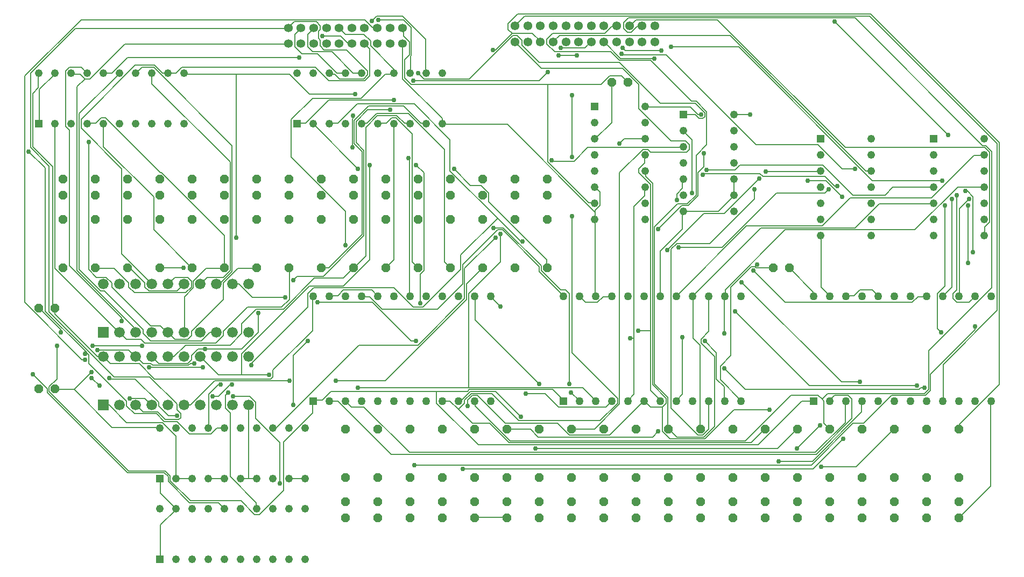
<source format=gbr>
G04 EAGLE Gerber RS-274X export*
G75*
%MOMM*%
%FSLAX34Y34*%
%LPD*%
%INBottom Copper*%
%IPPOS*%
%AMOC8*
5,1,8,0,0,1.08239X$1,22.5*%
G01*
%ADD10R,1.258000X1.258000*%
%ADD11C,1.258000*%
%ADD12R,1.676400X1.676400*%
%ADD13C,1.676400*%
%ADD14R,1.238000X1.238000*%
%ADD15C,1.238000*%
%ADD16P,1.429621X8X292.500000*%
%ADD17P,1.429621X8X112.500000*%
%ADD18C,1.381000*%
%ADD19P,1.429621X8X22.500000*%
%ADD20C,1.358000*%
%ADD21C,0.152400*%
%ADD22C,0.756400*%


D10*
X482600Y311150D03*
D11*
X508000Y311150D03*
X533400Y311150D03*
X558800Y311150D03*
X584200Y311150D03*
X609600Y311150D03*
X635000Y311150D03*
X660400Y311150D03*
X685800Y311150D03*
X711200Y311150D03*
X736600Y311150D03*
X762000Y311150D03*
X762000Y476250D03*
X736600Y476250D03*
X711200Y476250D03*
X685800Y476250D03*
X660400Y476250D03*
X635000Y476250D03*
X609600Y476250D03*
X584200Y476250D03*
X558800Y476250D03*
X533400Y476250D03*
X508000Y476250D03*
X482600Y476250D03*
D10*
X876300Y311150D03*
D11*
X901700Y311150D03*
X927100Y311150D03*
X952500Y311150D03*
X977900Y311150D03*
X1003300Y311150D03*
X1028700Y311150D03*
X1054100Y311150D03*
X1079500Y311150D03*
X1104900Y311150D03*
X1130300Y311150D03*
X1155700Y311150D03*
X1155700Y476250D03*
X1130300Y476250D03*
X1104900Y476250D03*
X1079500Y476250D03*
X1054100Y476250D03*
X1028700Y476250D03*
X1003300Y476250D03*
X977900Y476250D03*
X952500Y476250D03*
X927100Y476250D03*
X901700Y476250D03*
X876300Y476250D03*
D10*
X1270000Y311150D03*
D11*
X1295400Y311150D03*
X1320800Y311150D03*
X1346200Y311150D03*
X1371600Y311150D03*
X1397000Y311150D03*
X1422400Y311150D03*
X1447800Y311150D03*
X1473200Y311150D03*
X1498600Y311150D03*
X1524000Y311150D03*
X1549400Y311150D03*
X1549400Y476250D03*
X1524000Y476250D03*
X1498600Y476250D03*
X1473200Y476250D03*
X1447800Y476250D03*
X1422400Y476250D03*
X1397000Y476250D03*
X1371600Y476250D03*
X1346200Y476250D03*
X1320800Y476250D03*
X1295400Y476250D03*
X1270000Y476250D03*
D12*
X152400Y304800D03*
D13*
X177800Y304800D03*
X203200Y304800D03*
X228600Y304800D03*
X254000Y304800D03*
X279400Y304800D03*
X304800Y304800D03*
X330200Y304800D03*
X355600Y304800D03*
X381000Y304800D03*
X381000Y381000D03*
X355600Y381000D03*
X330200Y381000D03*
X304800Y381000D03*
X279400Y381000D03*
X254000Y381000D03*
X228600Y381000D03*
X203200Y381000D03*
X177800Y381000D03*
X152400Y381000D03*
D12*
X152400Y419100D03*
D13*
X177800Y419100D03*
X203200Y419100D03*
X228600Y419100D03*
X254000Y419100D03*
X279400Y419100D03*
X304800Y419100D03*
X330200Y419100D03*
X355600Y419100D03*
X381000Y419100D03*
X381000Y495300D03*
X355600Y495300D03*
X330200Y495300D03*
X304800Y495300D03*
X279400Y495300D03*
X254000Y495300D03*
X228600Y495300D03*
X203200Y495300D03*
X177800Y495300D03*
X152400Y495300D03*
D14*
X457200Y747700D03*
D15*
X482600Y747700D03*
X508000Y747700D03*
X533400Y747700D03*
X558800Y747700D03*
X584200Y747700D03*
X609600Y747700D03*
X635000Y747700D03*
X660400Y747700D03*
X685800Y747700D03*
X685800Y827100D03*
X660400Y827100D03*
X635000Y827100D03*
X609600Y827100D03*
X584200Y827100D03*
X558800Y827100D03*
X533400Y827100D03*
X508000Y827100D03*
X482600Y827100D03*
X457200Y827100D03*
D14*
X50800Y747700D03*
D15*
X76200Y747700D03*
X101600Y747700D03*
X127000Y747700D03*
X152400Y747700D03*
X177800Y747700D03*
X203200Y747700D03*
X228600Y747700D03*
X254000Y747700D03*
X279400Y747700D03*
X279400Y827100D03*
X254000Y827100D03*
X228600Y827100D03*
X203200Y827100D03*
X177800Y827100D03*
X152400Y827100D03*
X127000Y827100D03*
X101600Y827100D03*
X76200Y827100D03*
X50800Y827100D03*
D14*
X925500Y774700D03*
D15*
X925500Y749300D03*
X925500Y723900D03*
X925500Y698500D03*
X925500Y673100D03*
X925500Y647700D03*
X925500Y622300D03*
X925500Y596900D03*
X1004900Y596900D03*
X1004900Y622300D03*
X1004900Y647700D03*
X1004900Y673100D03*
X1004900Y698500D03*
X1004900Y723900D03*
X1004900Y749300D03*
X1004900Y774700D03*
D14*
X241300Y61900D03*
D15*
X266700Y61900D03*
X292100Y61900D03*
X317500Y61900D03*
X342900Y61900D03*
X368300Y61900D03*
X393700Y61900D03*
X419100Y61900D03*
X444500Y61900D03*
X469900Y61900D03*
X469900Y141300D03*
X444500Y141300D03*
X419100Y141300D03*
X393700Y141300D03*
X368300Y141300D03*
X342900Y141300D03*
X317500Y141300D03*
X292100Y141300D03*
X266700Y141300D03*
X241300Y141300D03*
D14*
X241300Y188900D03*
D15*
X266700Y188900D03*
X292100Y188900D03*
X317500Y188900D03*
X342900Y188900D03*
X368300Y188900D03*
X393700Y188900D03*
X419100Y188900D03*
X444500Y188900D03*
X469900Y188900D03*
X469900Y268300D03*
X444500Y268300D03*
X419100Y268300D03*
X393700Y268300D03*
X368300Y268300D03*
X342900Y268300D03*
X317500Y268300D03*
X292100Y268300D03*
X266700Y268300D03*
X241300Y268300D03*
D14*
X1458900Y723900D03*
D15*
X1458900Y698500D03*
X1458900Y673100D03*
X1458900Y647700D03*
X1458900Y622300D03*
X1458900Y596900D03*
X1458900Y571500D03*
X1538300Y571500D03*
X1538300Y596900D03*
X1538300Y622300D03*
X1538300Y647700D03*
X1538300Y673100D03*
X1538300Y698500D03*
X1538300Y723900D03*
D14*
X1281100Y723900D03*
D15*
X1281100Y698500D03*
X1281100Y673100D03*
X1281100Y647700D03*
X1281100Y622300D03*
X1281100Y596900D03*
X1281100Y571500D03*
X1360500Y571500D03*
X1360500Y596900D03*
X1360500Y622300D03*
X1360500Y647700D03*
X1360500Y673100D03*
X1360500Y698500D03*
X1360500Y723900D03*
D14*
X1065200Y762000D03*
D15*
X1065200Y736600D03*
X1065200Y711200D03*
X1065200Y685800D03*
X1065200Y660400D03*
X1065200Y635000D03*
X1065200Y609600D03*
X1144600Y609600D03*
X1144600Y635000D03*
X1144600Y660400D03*
X1144600Y685800D03*
X1144600Y711200D03*
X1144600Y736600D03*
X1144600Y762000D03*
D16*
X584200Y152400D03*
X584200Y127000D03*
X635000Y152400D03*
X635000Y127000D03*
X685800Y152400D03*
X685800Y127000D03*
X736600Y152400D03*
X736600Y127000D03*
X787400Y152400D03*
X787400Y127000D03*
X838200Y152400D03*
X838200Y127000D03*
X889000Y152400D03*
X889000Y127000D03*
X939800Y152400D03*
X939800Y127000D03*
X990600Y152400D03*
X990600Y127000D03*
X1041400Y152400D03*
X1041400Y127000D03*
X1092200Y152400D03*
X1092200Y127000D03*
X1143000Y152400D03*
X1143000Y127000D03*
X1193800Y152400D03*
X1193800Y127000D03*
X1244600Y152400D03*
X1244600Y127000D03*
X1295400Y152400D03*
X1295400Y127000D03*
X1346200Y152400D03*
X1346200Y127000D03*
X1397000Y152400D03*
X1397000Y127000D03*
X1447800Y152400D03*
X1447800Y127000D03*
X1498600Y152400D03*
X1498600Y127000D03*
D17*
X584200Y190500D03*
X584200Y266700D03*
X635000Y190500D03*
X635000Y266700D03*
X685800Y190500D03*
X685800Y266700D03*
X736600Y190500D03*
X736600Y266700D03*
X787400Y190500D03*
X787400Y266700D03*
X838200Y190500D03*
X838200Y266700D03*
X889000Y190500D03*
X889000Y266700D03*
X939800Y190500D03*
X939800Y266700D03*
X990600Y190500D03*
X990600Y266700D03*
X1041400Y190500D03*
X1041400Y266700D03*
X1092200Y190500D03*
X1092200Y266700D03*
X1143000Y190500D03*
X1143000Y266700D03*
X1193800Y190500D03*
X1193800Y266700D03*
X1244600Y190500D03*
X1244600Y266700D03*
X1295400Y190500D03*
X1295400Y266700D03*
X1346200Y190500D03*
X1346200Y266700D03*
X1397000Y190500D03*
X1397000Y266700D03*
X1447800Y190500D03*
X1447800Y266700D03*
X1498600Y190500D03*
X1498600Y266700D03*
X533400Y190500D03*
X533400Y266700D03*
D16*
X533400Y152400D03*
X533400Y127000D03*
D18*
X800100Y901700D03*
X800100Y876700D03*
X820100Y901700D03*
X820100Y876700D03*
X840100Y901700D03*
X840100Y876700D03*
X860100Y901700D03*
X860100Y876700D03*
X880100Y901700D03*
X880100Y876700D03*
X900100Y901700D03*
X900100Y876700D03*
X920100Y901700D03*
X920100Y876700D03*
X940100Y901700D03*
X940100Y876700D03*
X960100Y901700D03*
X960100Y876700D03*
X980100Y901700D03*
X980100Y876700D03*
X1000100Y901700D03*
X1000100Y876700D03*
X1020100Y901700D03*
X1020100Y876700D03*
D19*
X952500Y812800D03*
X977900Y812800D03*
X1206500Y520700D03*
X1231900Y520700D03*
X50800Y457200D03*
X76200Y457200D03*
X50800Y330200D03*
X76200Y330200D03*
D17*
X800100Y635000D03*
X800100Y660400D03*
X749300Y635000D03*
X749300Y660400D03*
X698500Y635000D03*
X698500Y660400D03*
X647700Y635000D03*
X647700Y660400D03*
X596900Y635000D03*
X596900Y660400D03*
X546100Y635000D03*
X546100Y660400D03*
X495300Y635000D03*
X495300Y660400D03*
X444500Y635000D03*
X444500Y660400D03*
X393700Y635000D03*
X393700Y660400D03*
X342900Y635000D03*
X342900Y660400D03*
X292100Y635000D03*
X292100Y660400D03*
X241300Y635000D03*
X241300Y660400D03*
X190500Y635000D03*
X190500Y660400D03*
X139700Y635000D03*
X139700Y660400D03*
X88900Y635000D03*
X88900Y660400D03*
X850900Y635000D03*
X850900Y660400D03*
D16*
X800100Y596900D03*
X800100Y520700D03*
X749300Y596900D03*
X749300Y520700D03*
X698500Y596900D03*
X698500Y520700D03*
X647700Y596900D03*
X647700Y520700D03*
X596900Y596900D03*
X596900Y520700D03*
X546100Y596900D03*
X546100Y520700D03*
X495300Y596900D03*
X495300Y520700D03*
X444500Y596900D03*
X444500Y520700D03*
X393700Y596900D03*
X393700Y520700D03*
X342900Y596900D03*
X342900Y520700D03*
X292100Y596900D03*
X292100Y520700D03*
X241300Y596900D03*
X241300Y520700D03*
X190500Y596900D03*
X190500Y520700D03*
X139700Y596900D03*
X139700Y520700D03*
X88900Y596900D03*
X88900Y520700D03*
X850900Y596900D03*
X850900Y520700D03*
D20*
X443400Y898600D03*
X443400Y873600D03*
X463400Y898600D03*
X463400Y873600D03*
X483400Y898600D03*
X483400Y873600D03*
X503400Y898600D03*
X503400Y873600D03*
X523400Y898600D03*
X523400Y873600D03*
X543400Y898600D03*
X543400Y873600D03*
X563400Y898600D03*
X563400Y873600D03*
X583400Y898600D03*
X583400Y873600D03*
X603400Y898600D03*
X603400Y873600D03*
X623400Y898600D03*
X623400Y873600D03*
D21*
X521208Y477012D02*
X509016Y477012D01*
X521208Y477012D02*
X530352Y486156D01*
X574548Y486156D01*
X583692Y477012D01*
X509016Y477012D02*
X508000Y476250D01*
X583692Y477012D02*
X584200Y476250D01*
X1065200Y609600D02*
X1120140Y609600D01*
X1144524Y633984D01*
X1144600Y635000D01*
X1144524Y635508D02*
X1144524Y659892D01*
X1144600Y660400D01*
X1144524Y635508D02*
X1144600Y635000D01*
X1063752Y646176D02*
X1063752Y659892D01*
X1063752Y646176D02*
X1054608Y637032D01*
X1054608Y627888D01*
X1063752Y659892D02*
X1065200Y660400D01*
X685800Y747700D02*
X685800Y755904D01*
X623316Y818388D01*
X623316Y873252D01*
X623400Y873600D01*
X926592Y611124D02*
X926592Y608076D01*
X926592Y597408D01*
X926592Y611124D02*
X934212Y618744D01*
X934212Y640080D01*
X926592Y647700D01*
X926592Y597408D02*
X925500Y596900D01*
X925500Y647700D02*
X926592Y647700D01*
X952500Y749808D02*
X952500Y812800D01*
X952500Y749808D02*
X926592Y723900D01*
X925500Y723900D01*
X926592Y595884D02*
X926592Y477012D01*
X927100Y476250D01*
X926592Y595884D02*
X925500Y596900D01*
X787908Y746760D02*
X685800Y746760D01*
X787908Y746760D02*
X926592Y608076D01*
X685800Y746760D02*
X685800Y747700D01*
X1063752Y609600D02*
X1063752Y582168D01*
X1028700Y547116D01*
X1028700Y476250D01*
X1063752Y609600D02*
X1065200Y609600D01*
X633984Y691896D02*
X633984Y477012D01*
X633984Y691896D02*
X632460Y693420D01*
X633984Y477012D02*
X635000Y476250D01*
X85344Y423672D02*
X85344Y419100D01*
X85344Y423672D02*
X51816Y457200D01*
X50800Y457200D01*
X1548384Y310896D02*
X1548384Y176784D01*
X1498600Y127000D01*
X1548384Y310896D02*
X1549400Y311150D01*
X1333500Y477012D02*
X1321308Y477012D01*
X1333500Y477012D02*
X1342644Y486156D01*
X1362456Y486156D01*
X1371600Y477012D01*
X1321308Y477012D02*
X1320800Y476250D01*
X1371600Y476250D02*
X1371600Y477012D01*
X1281684Y490728D02*
X1281684Y571500D01*
X1281684Y490728D02*
X1295400Y477012D01*
X1281684Y571500D02*
X1281100Y571500D01*
X1295400Y477012D02*
X1295400Y476250D01*
X291084Y188976D02*
X266700Y188976D01*
X291084Y188976D02*
X292100Y188900D01*
X318516Y188976D02*
X342900Y188976D01*
X318516Y188976D02*
X317500Y188900D01*
X342900Y188976D02*
X342900Y188900D01*
X445008Y188976D02*
X469392Y188976D01*
X445008Y188976D02*
X444500Y188900D01*
X469392Y188976D02*
X469900Y188900D01*
X393192Y188976D02*
X381000Y188976D01*
X368808Y188976D01*
X368300Y188900D01*
X393192Y188976D02*
X393700Y188900D01*
X381000Y188976D02*
X381000Y304800D01*
X737616Y128016D02*
X786384Y128016D01*
X787400Y127000D01*
X737616Y128016D02*
X736600Y127000D01*
X1179576Y521208D02*
X1205484Y521208D01*
X1179576Y521208D02*
X1178052Y522732D01*
X1171956Y522732D01*
X1139952Y490728D01*
X1139952Y382524D01*
X1123188Y365760D01*
X1123188Y344424D01*
X1155192Y312420D01*
X1206500Y520700D02*
X1205484Y521208D01*
X1155192Y312420D02*
X1155700Y311150D01*
X161544Y304800D02*
X152400Y304800D01*
X161544Y304800D02*
X188976Y277368D01*
X245364Y277368D01*
X266700Y256032D01*
X266700Y188976D01*
X266700Y188900D01*
X1178052Y522732D02*
X1181100Y525780D01*
D22*
X1054608Y627888D03*
X632460Y693420D03*
X85344Y419100D03*
X1181100Y525780D03*
D21*
X516636Y826008D02*
X509016Y826008D01*
X516636Y826008D02*
X524256Y818388D01*
X562356Y818388D01*
X568452Y824484D01*
X568452Y830580D01*
X534924Y864108D01*
X499872Y864108D01*
X493776Y870204D01*
X493776Y879348D01*
X490728Y882396D01*
X490728Y893064D01*
X493776Y896112D01*
X493776Y902208D01*
X487680Y908304D01*
X452628Y908304D01*
X443484Y899160D01*
X508000Y827100D02*
X509016Y826008D01*
X443400Y898600D02*
X443484Y899160D01*
X441960Y897636D02*
X108204Y897636D01*
X38100Y827532D01*
X38100Y710184D01*
X67056Y681228D01*
X67056Y451104D01*
X169164Y348996D01*
X225552Y348996D01*
X268224Y306324D01*
X268224Y297180D01*
X274320Y291084D01*
X274320Y284988D01*
X271272Y281940D01*
X249936Y281940D01*
X237744Y294132D01*
X214884Y294132D01*
X204216Y304800D01*
X441960Y897636D02*
X443400Y898600D01*
X204216Y304800D02*
X203200Y304800D01*
X972312Y723900D02*
X1004900Y723900D01*
X972312Y723900D02*
X964692Y716280D01*
X1063752Y411480D02*
X1063752Y321564D01*
X1054608Y312420D01*
X1054100Y311150D01*
X1263396Y335280D02*
X1432560Y335280D01*
X1263396Y335280D02*
X1146048Y452628D01*
D22*
X964692Y716280D03*
X1063752Y411480D03*
X1432560Y335280D03*
X1146048Y452628D03*
D21*
X1004316Y685800D02*
X1004316Y697992D01*
X1004316Y685800D02*
X995172Y676656D01*
X995172Y670560D01*
X1013460Y652272D01*
X1013460Y422148D02*
X1013460Y327660D01*
X1013460Y422148D02*
X1013460Y652272D01*
X1013460Y327660D02*
X1028700Y312420D01*
X1004316Y697992D02*
X1004900Y698500D01*
X1028700Y312420D02*
X1028700Y311150D01*
X1013460Y422148D02*
X993648Y422148D01*
X1438656Y332232D02*
X1444752Y332232D01*
X1438656Y332232D02*
X1435608Y329184D01*
X1162812Y329184D01*
X1129284Y362712D01*
D22*
X993648Y422148D03*
X1444752Y332232D03*
X1129284Y362712D03*
D21*
X1005840Y664464D02*
X1005840Y672084D01*
X1005840Y664464D02*
X1016508Y653796D01*
X1016508Y336804D01*
X1037844Y315468D01*
X1037844Y307848D01*
X1031748Y301752D01*
X1013460Y301752D01*
X1004316Y310896D01*
X1005840Y672084D02*
X1004900Y673100D01*
X1003300Y311150D02*
X1004316Y310896D01*
X725424Y312420D02*
X725424Y303276D01*
X725424Y312420D02*
X733044Y320040D01*
X740664Y320040D01*
X784860Y275844D01*
X867156Y275844D01*
X885444Y257556D01*
X949452Y257556D01*
X1002792Y310896D01*
X1003300Y311150D01*
X1144524Y297180D02*
X1200912Y297180D01*
X1144524Y297180D02*
X1098804Y251460D01*
X1043940Y251460D01*
X1031748Y263652D01*
X1031748Y301752D01*
D22*
X725424Y303276D03*
X1200912Y297180D03*
D21*
X1004316Y633984D02*
X1004316Y647700D01*
X1004316Y633984D02*
X987552Y617220D01*
X987552Y409956D02*
X987552Y321564D01*
X987552Y409956D02*
X987552Y617220D01*
X987552Y321564D02*
X978408Y312420D01*
X1004316Y647700D02*
X1004900Y647700D01*
X978408Y312420D02*
X977900Y311150D01*
X981456Y409956D02*
X987552Y409956D01*
X1313688Y341376D02*
X1342644Y341376D01*
X1313688Y341376D02*
X1156716Y498348D01*
D22*
X981456Y409956D03*
X1342644Y341376D03*
X1156716Y498348D03*
D21*
X195072Y519684D02*
X190500Y519684D01*
X195072Y519684D02*
X217932Y496824D01*
X217932Y490728D01*
X224028Y484632D01*
X268224Y484632D01*
X278892Y495300D01*
X190500Y519684D02*
X190500Y520700D01*
X278892Y495300D02*
X279400Y495300D01*
X726948Y332232D02*
X906780Y332232D01*
X726948Y332232D02*
X553212Y332232D01*
X906780Y332232D02*
X926592Y312420D01*
X927100Y311150D01*
X1319784Y310896D02*
X1319784Y277368D01*
X1272540Y230124D01*
X633984Y230124D01*
X562356Y301752D01*
X542544Y301752D01*
X533400Y310896D01*
X1319784Y310896D02*
X1320800Y311150D01*
X533400Y310896D02*
X533400Y311150D01*
X777240Y530352D02*
X777240Y574548D01*
X777240Y530352D02*
X726948Y480060D01*
X726948Y332232D01*
D22*
X553212Y332232D03*
X777240Y574548D03*
D21*
X106680Y329184D02*
X76200Y329184D01*
X106680Y329184D02*
X166116Y269748D01*
X240792Y269748D01*
X76200Y329184D02*
X76200Y330200D01*
X240792Y269748D02*
X241300Y268300D01*
X50292Y804672D02*
X50292Y826008D01*
X50292Y804672D02*
X41148Y795528D01*
X41148Y711708D01*
X73152Y679704D01*
X73152Y460248D01*
X76200Y457200D01*
X50292Y826008D02*
X50800Y827100D01*
X143256Y381000D02*
X152400Y381000D01*
X143256Y381000D02*
X76200Y448056D01*
X76200Y457200D01*
X481584Y475488D02*
X481584Y422148D01*
X419100Y359664D01*
X419100Y348996D01*
X416052Y345948D01*
X233172Y345948D01*
X208788Y370332D01*
X163068Y370332D01*
X152400Y381000D01*
X481584Y475488D02*
X482600Y476250D01*
X134112Y356616D02*
X106680Y329184D01*
X1269492Y477012D02*
X1269492Y483108D01*
X1231900Y520700D01*
X1269492Y477012D02*
X1270000Y476250D01*
X952500Y475488D02*
X938784Y475488D01*
X929640Y466344D01*
X911352Y466344D01*
X902208Y475488D01*
X952500Y475488D02*
X952500Y476250D01*
X902208Y475488D02*
X901700Y476250D01*
X1088136Y762000D02*
X1092708Y762000D01*
X1088136Y762000D02*
X1075944Y774192D01*
X1005840Y774192D01*
X1004900Y774700D01*
X624840Y885444D02*
X624840Y897636D01*
X624840Y885444D02*
X633984Y876300D01*
X633984Y856488D01*
X626364Y848868D01*
X626364Y819912D01*
X637032Y809244D01*
X851916Y809244D02*
X935736Y809244D01*
X851916Y809244D02*
X637032Y809244D01*
X935736Y809244D02*
X949452Y822960D01*
X967740Y822960D01*
X977900Y812800D01*
X624840Y897636D02*
X623400Y898600D01*
X915924Y623316D02*
X925068Y623316D01*
X915924Y623316D02*
X851916Y687324D01*
X851916Y809244D01*
X925068Y623316D02*
X925500Y622300D01*
X1144600Y762000D02*
X1170432Y762000D01*
X571500Y475488D02*
X559308Y475488D01*
X571500Y475488D02*
X591312Y455676D01*
X678180Y455676D01*
X717804Y495300D01*
X717804Y525780D01*
X772668Y580644D01*
X780288Y580644D01*
X838200Y522732D01*
X838200Y515112D01*
X876300Y477012D01*
X559308Y475488D02*
X558800Y476250D01*
X876300Y477012D02*
X876300Y476250D01*
D22*
X134112Y356616D03*
X1092708Y762000D03*
X1170432Y762000D03*
D21*
X242316Y115824D02*
X242316Y62484D01*
X242316Y115824D02*
X266700Y140208D01*
X242316Y62484D02*
X241300Y61900D01*
X266700Y140208D02*
X266700Y141300D01*
X242316Y166116D02*
X242316Y187452D01*
X242316Y166116D02*
X266700Y141732D01*
X242316Y187452D02*
X241300Y188900D01*
X266700Y141732D02*
X266700Y141300D01*
X1315212Y676656D02*
X1335024Y676656D01*
X1315212Y676656D02*
X1277112Y714756D01*
X1179576Y714756D01*
X1037844Y856488D01*
X969264Y856488D01*
X967740Y858012D01*
X897636Y854964D02*
X868680Y854964D01*
D22*
X1335024Y676656D03*
X967740Y858012D03*
X868680Y854964D03*
X897636Y854964D03*
D21*
X533400Y827532D02*
X519684Y827532D01*
X489204Y858012D01*
X464820Y858012D01*
X454152Y868680D01*
X454152Y888492D01*
X463296Y897636D01*
X533400Y827532D02*
X533400Y827100D01*
X463296Y897636D02*
X463400Y898600D01*
X217932Y315468D02*
X193548Y315468D01*
X217932Y315468D02*
X228600Y304800D01*
D22*
X193548Y315468D03*
D21*
X545592Y827532D02*
X557784Y827532D01*
X545592Y827532D02*
X512064Y861060D01*
X481584Y861060D01*
X473964Y868680D01*
X473964Y888492D01*
X483108Y897636D01*
X557784Y827532D02*
X558800Y827100D01*
X483108Y897636D02*
X483400Y898600D01*
X41148Y353568D02*
X64008Y330708D01*
X64008Y324612D01*
X190500Y198120D01*
X248412Y198120D01*
X254508Y192024D01*
X254508Y184404D01*
X288036Y150876D01*
X333756Y150876D01*
X342900Y141732D01*
X342900Y141300D01*
D22*
X41148Y353568D03*
D21*
X609600Y827100D02*
X609600Y833628D01*
X573024Y870204D01*
X573024Y877824D01*
X562356Y888492D01*
X533400Y888492D01*
X524256Y897636D01*
X523400Y898600D01*
X393192Y150876D02*
X393192Y141732D01*
X393192Y150876D02*
X352044Y192024D01*
X352044Y292608D01*
X344424Y300228D01*
X344424Y320040D01*
X348996Y324612D01*
X393192Y141732D02*
X393700Y141300D01*
X595884Y826008D02*
X609600Y826008D01*
X595884Y826008D02*
X557784Y787908D01*
X481584Y787908D01*
X448056Y754380D01*
X448056Y694944D01*
X533400Y609600D01*
X533400Y556260D01*
X609600Y826008D02*
X609600Y827100D01*
D22*
X348996Y324612D03*
X533400Y556260D03*
D21*
X635508Y827532D02*
X635508Y853440D01*
X637032Y854964D01*
X637032Y899160D01*
X624840Y911352D01*
X585216Y911352D01*
X635508Y827532D02*
X635000Y827100D01*
X370332Y352044D02*
X333756Y352044D01*
X370332Y352044D02*
X413004Y352044D01*
X333756Y352044D02*
X304800Y381000D01*
X545592Y755904D02*
X545592Y760476D01*
X545592Y755904D02*
X544068Y754380D01*
X544068Y710184D01*
X571500Y682752D02*
X571500Y533400D01*
X530352Y492252D01*
X477012Y492252D01*
X370332Y385572D01*
X370332Y352044D01*
D22*
X585216Y911352D03*
X413004Y352044D03*
X545592Y760476D03*
X544068Y710184D03*
X571500Y682752D03*
D21*
X659892Y827532D02*
X659892Y880872D01*
X623316Y917448D01*
X582168Y917448D01*
X574548Y909828D01*
X659892Y827532D02*
X660400Y827100D01*
X451104Y382524D02*
X451104Y304800D01*
X451104Y382524D02*
X473964Y405384D01*
X312420Y393192D02*
X301752Y393192D01*
X291084Y382524D01*
X291084Y376428D01*
X284988Y370332D01*
X239268Y370332D01*
X228600Y381000D01*
X568452Y769620D02*
X603504Y769620D01*
X568452Y769620D02*
X550164Y751332D01*
X550164Y717804D01*
X562356Y705612D01*
X562356Y571500D01*
X498348Y507492D01*
X457200Y507492D01*
X451104Y501396D01*
X396240Y449580D02*
X396240Y419100D01*
X370332Y393192D01*
X312420Y393192D01*
D22*
X574548Y909828D03*
X451104Y304800D03*
X473964Y405384D03*
X312420Y393192D03*
X603504Y769620D03*
X451104Y501396D03*
X396240Y449580D03*
D21*
X429768Y245364D02*
X429768Y181356D01*
X429768Y245364D02*
X391668Y283464D01*
X391668Y309372D01*
X382524Y318516D01*
X356616Y318516D01*
X295656Y370332D02*
X289560Y370332D01*
X286512Y367284D01*
X230124Y367284D01*
X227076Y370332D01*
X214884Y370332D01*
X204216Y381000D01*
X203200Y381000D01*
X576072Y899160D02*
X582168Y899160D01*
X576072Y899160D02*
X563880Y911352D01*
X117348Y911352D01*
X28956Y822960D01*
X28956Y466344D01*
X118872Y376428D01*
X123444Y376428D01*
X143256Y391668D02*
X192024Y391668D01*
X202692Y381000D01*
X582168Y899160D02*
X583400Y898600D01*
X203200Y381000D02*
X202692Y381000D01*
D22*
X429768Y181356D03*
X356616Y318516D03*
X295656Y370332D03*
X123444Y376428D03*
X143256Y391668D03*
D21*
X650748Y464820D02*
X650748Y510540D01*
X656844Y516636D01*
X656844Y670560D01*
X644652Y682752D01*
X445008Y826008D02*
X361188Y826008D01*
X280416Y826008D01*
X445008Y826008D02*
X477012Y794004D01*
X548640Y794004D01*
X280416Y826008D02*
X279400Y827100D01*
X361188Y826008D02*
X361188Y568452D01*
D22*
X650748Y464820D03*
X644652Y682752D03*
X548640Y794004D03*
X361188Y568452D03*
D21*
X266700Y827532D02*
X254508Y827532D01*
X266700Y827532D02*
X275844Y836676D01*
X486156Y836676D01*
X507492Y815340D01*
X563880Y815340D01*
X571500Y822960D01*
X571500Y865632D01*
X563880Y873252D01*
X254508Y827532D02*
X254000Y827100D01*
X563400Y873600D02*
X563880Y873252D01*
X134112Y347472D02*
X146304Y335280D01*
X245364Y827532D02*
X252984Y827532D01*
X245364Y827532D02*
X233172Y839724D01*
X202692Y839724D01*
X117348Y754380D01*
X117348Y740664D01*
X181356Y676656D01*
X181356Y542544D01*
X228600Y495300D01*
X254000Y827100D02*
X252984Y827532D01*
D22*
X146304Y335280D03*
X134112Y347472D03*
D21*
X419100Y269748D02*
X425196Y269748D01*
X554736Y399288D01*
X647700Y399288D01*
X720852Y472440D01*
X720852Y519684D01*
X769620Y568452D01*
X419100Y269748D02*
X419100Y268300D01*
X228600Y810768D02*
X228600Y827100D01*
X228600Y810768D02*
X352044Y687324D01*
X352044Y516636D01*
X341376Y505968D01*
X315468Y505968D01*
X304800Y495300D01*
X536448Y874776D02*
X542544Y874776D01*
X536448Y874776D02*
X525780Y885444D01*
X496824Y885444D01*
X542544Y874776D02*
X543400Y873600D01*
D22*
X769620Y568452D03*
X496824Y885444D03*
D21*
X335280Y495300D02*
X330200Y495300D01*
X335280Y495300D02*
X355092Y515112D01*
X355092Y713232D01*
X231648Y836676D01*
X213360Y836676D01*
X204216Y827532D01*
X203200Y827100D01*
X320040Y419100D02*
X330200Y419100D01*
X320040Y419100D02*
X306324Y405384D01*
X227076Y405384D01*
X214884Y417576D01*
X214884Y423672D01*
X153924Y484632D01*
X147828Y484632D01*
X114300Y518160D01*
X114300Y763524D01*
X176784Y826008D01*
X177800Y827100D01*
X166116Y827532D02*
X152400Y827532D01*
X166116Y827532D02*
X190500Y851916D01*
X460248Y851916D01*
X152400Y827532D02*
X152400Y827100D01*
X330708Y268224D02*
X342900Y268224D01*
X330708Y268224D02*
X321564Y259080D01*
X288036Y259080D01*
X268224Y278892D01*
X248412Y278892D01*
X236220Y291084D01*
X201168Y291084D01*
X188976Y303276D01*
X188976Y310896D01*
X129540Y370332D01*
X129540Y384048D01*
X123444Y390144D02*
X60960Y452628D01*
X123444Y390144D02*
X129540Y384048D01*
X60960Y452628D02*
X60960Y678180D01*
X35052Y704088D01*
X342900Y268300D02*
X342900Y268224D01*
X213360Y397764D02*
X135636Y397764D01*
X123444Y390144D02*
X123444Y385572D01*
D22*
X460248Y851916D03*
X35052Y704088D03*
X213360Y397764D03*
X135636Y397764D03*
X123444Y385572D03*
D21*
X318516Y321564D02*
X318516Y269748D01*
X318516Y321564D02*
X333756Y336804D01*
X336804Y336804D01*
X309372Y364236D02*
X224028Y364236D01*
X318516Y269748D02*
X317500Y268300D01*
X181356Y437388D02*
X181356Y441960D01*
X99060Y524256D01*
X99060Y737616D01*
X92964Y743712D01*
X92964Y830580D01*
X99060Y836676D01*
X117348Y836676D01*
X126492Y827532D01*
X127000Y827100D01*
D22*
X336804Y336804D03*
X309372Y364236D03*
X224028Y364236D03*
X181356Y437388D03*
D21*
X254508Y288036D02*
X268224Y288036D01*
X254508Y288036D02*
X239268Y303276D01*
X239268Y309372D01*
X202692Y345948D01*
X163068Y345948D01*
X161544Y347472D01*
X115824Y826008D02*
X102108Y826008D01*
X115824Y826008D02*
X123444Y818388D01*
X131064Y818388D01*
X185928Y873252D01*
X441960Y873252D01*
X102108Y826008D02*
X101600Y827100D01*
X441960Y873252D02*
X443400Y873600D01*
X202692Y425196D02*
X202692Y419100D01*
X202692Y425196D02*
X111252Y516636D01*
X111252Y806196D01*
X123444Y818388D01*
X202692Y419100D02*
X203200Y419100D01*
D22*
X268224Y288036D03*
X161544Y347472D03*
D21*
X51816Y748284D02*
X51816Y801624D01*
X76200Y826008D01*
X51816Y748284D02*
X50800Y747700D01*
X76200Y826008D02*
X76200Y827100D01*
X1289304Y658368D02*
X1315212Y632460D01*
X1289304Y658368D02*
X1260348Y658368D01*
X1030224Y862584D02*
X973836Y862584D01*
X969264Y867156D01*
X470916Y748284D02*
X457200Y748284D01*
X470916Y748284D02*
X507492Y784860D01*
X609600Y784860D01*
X640080Y815340D02*
X838200Y815340D01*
X851916Y829056D01*
X871728Y867156D02*
X909828Y867156D01*
X918972Y876300D01*
X457200Y748284D02*
X457200Y747700D01*
X918972Y876300D02*
X920100Y876700D01*
D22*
X1315212Y632460D03*
X1260348Y658368D03*
X1030224Y862584D03*
X969264Y867156D03*
X609600Y784860D03*
X640080Y815340D03*
X851916Y829056D03*
X871728Y867156D03*
D21*
X76200Y747700D02*
X76200Y519684D01*
X176784Y419100D01*
X177800Y419100D01*
X445008Y470916D02*
X445008Y519684D01*
X445008Y470916D02*
X432816Y458724D01*
X379476Y458724D01*
X341376Y420624D01*
X341376Y414528D01*
X329184Y402336D01*
X217932Y402336D01*
X211836Y408432D01*
X188976Y408432D01*
X178308Y419100D01*
X444500Y520700D02*
X445008Y519684D01*
X178308Y419100D02*
X177800Y419100D01*
X129540Y518160D02*
X129540Y719328D01*
X129540Y518160D02*
X141732Y505968D01*
X156972Y505968D01*
X166116Y496824D01*
X166116Y490728D01*
X227076Y429768D01*
X242316Y429768D01*
X252984Y419100D01*
X254000Y419100D01*
X364236Y519684D02*
X393192Y519684D01*
X364236Y519684D02*
X341376Y496824D01*
X341376Y470916D01*
X291084Y420624D01*
X291084Y414528D01*
X284988Y408432D01*
X265176Y408432D01*
X254508Y419100D01*
X393192Y519684D02*
X393700Y520700D01*
X254508Y419100D02*
X254000Y419100D01*
D22*
X129540Y719328D03*
D21*
X128016Y748284D02*
X140208Y748284D01*
X149352Y757428D01*
X155448Y757428D01*
X242316Y670560D01*
X243840Y670560D01*
X342900Y571500D01*
X342900Y520700D01*
X128016Y748284D02*
X127000Y747700D01*
X280416Y475488D02*
X280416Y419100D01*
X280416Y475488D02*
X294132Y489204D01*
X294132Y499872D01*
X313944Y519684D01*
X342900Y519684D01*
X280416Y419100D02*
X279400Y419100D01*
X342900Y519684D02*
X342900Y520700D01*
X850392Y521208D02*
X850392Y533400D01*
X758952Y624840D01*
X758952Y638556D01*
X746760Y650748D01*
X729996Y650748D01*
X704088Y676656D01*
X553212Y676656D02*
X483108Y746760D01*
X850392Y521208D02*
X850900Y520700D01*
X483108Y746760D02*
X482600Y747700D01*
D22*
X704088Y676656D03*
X553212Y676656D03*
D21*
X521208Y748284D02*
X509016Y748284D01*
X521208Y748284D02*
X551688Y778764D01*
X641604Y778764D01*
X697992Y722376D01*
X697992Y673608D01*
X772668Y598932D02*
X809244Y562356D01*
X772668Y598932D02*
X697992Y673608D01*
X809244Y562356D02*
X812292Y562356D01*
X509016Y748284D02*
X508000Y747700D01*
X333756Y318516D02*
X324612Y318516D01*
X333756Y318516D02*
X352044Y336804D01*
X355092Y336804D01*
X385572Y367284D02*
X385572Y370332D01*
X473964Y458724D01*
X473964Y480060D01*
X483108Y489204D01*
X609600Y489204D01*
X640080Y458724D01*
X655320Y458724D01*
X714756Y518160D01*
X714756Y541020D01*
X772668Y598932D01*
D22*
X812292Y562356D03*
X324612Y318516D03*
X355092Y336804D03*
X385572Y367284D03*
D21*
X289560Y304800D02*
X279400Y304800D01*
X289560Y304800D02*
X327660Y342900D01*
X445008Y342900D01*
X518160Y342900D02*
X595884Y342900D01*
X723900Y470916D01*
X723900Y495300D01*
X749300Y520700D01*
D22*
X445008Y342900D03*
X518160Y342900D03*
D21*
X559308Y748284D02*
X566928Y748284D01*
X582168Y763524D01*
X632460Y763524D01*
X688848Y707136D01*
X688848Y530352D01*
X698500Y520700D01*
X558800Y747700D02*
X559308Y748284D01*
X496824Y312420D02*
X483108Y312420D01*
X496824Y312420D02*
X510540Y326136D01*
X676656Y326136D02*
X725424Y326136D01*
X676656Y326136D02*
X510540Y326136D01*
X725424Y326136D02*
X728472Y329184D01*
X859536Y329184D01*
X876300Y312420D01*
X483108Y312420D02*
X482600Y311150D01*
X876300Y311150D02*
X876300Y312420D01*
X1251204Y310896D02*
X1269492Y310896D01*
X1251204Y310896D02*
X1182624Y242316D01*
X742188Y242316D01*
X676656Y307848D01*
X676656Y326136D01*
X1269492Y310896D02*
X1270000Y311150D01*
X79248Y345948D02*
X79248Y397764D01*
X79248Y345948D02*
X67056Y333756D01*
X67056Y326136D01*
X192024Y201168D01*
X249936Y201168D01*
X257556Y193548D01*
X257556Y185928D01*
X289560Y153924D01*
X368808Y153924D01*
X390144Y132588D01*
X397764Y132588D01*
X435864Y170688D01*
X435864Y246888D01*
X481584Y292608D01*
X481584Y310896D01*
X482600Y311150D01*
D22*
X79248Y397764D03*
D21*
X140208Y519684D02*
X169164Y519684D01*
X192024Y496824D01*
X192024Y490728D01*
X201168Y481584D01*
X281940Y481584D01*
X291084Y490728D01*
X291084Y499872D01*
X284988Y505968D01*
X265176Y505968D01*
X254508Y495300D01*
X140208Y519684D02*
X139700Y520700D01*
X254000Y495300D02*
X254508Y495300D01*
X509016Y310896D02*
X521208Y310896D01*
X605028Y227076D01*
X1274064Y227076D01*
X1330452Y283464D01*
X1330452Y313944D01*
X1324356Y320040D01*
X1303020Y320040D01*
X1295400Y312420D01*
X509016Y310896D02*
X508000Y311150D01*
X1295400Y311150D02*
X1295400Y312420D01*
X781812Y583692D02*
X766572Y583692D01*
X781812Y583692D02*
X841248Y524256D01*
X841248Y516636D01*
X871728Y486156D01*
X879348Y486156D01*
X885444Y480060D01*
X885444Y338328D01*
X888492Y324612D02*
X900684Y312420D01*
X901700Y311150D01*
D22*
X766572Y583692D03*
X885444Y338328D03*
X888492Y324612D03*
D21*
X278892Y521208D02*
X242316Y521208D01*
X241300Y520700D01*
X816864Y323088D02*
X847344Y323088D01*
X868680Y301752D01*
X943356Y301752D01*
X952500Y310896D01*
X952500Y311150D01*
X1345692Y310896D02*
X1345692Y294132D01*
X1267968Y216408D01*
X1214628Y216408D01*
X1345692Y310896D02*
X1346200Y311150D01*
X365760Y495300D02*
X355600Y495300D01*
X365760Y495300D02*
X387096Y473964D01*
X438912Y473964D01*
X489204Y466344D02*
X576072Y466344D01*
X637032Y405384D01*
X644652Y405384D01*
D22*
X278892Y521208D03*
X816864Y323088D03*
X1214628Y216408D03*
X438912Y473964D03*
X489204Y466344D03*
X644652Y405384D03*
D21*
X652272Y748284D02*
X659892Y748284D01*
X652272Y748284D02*
X624840Y775716D01*
X569976Y775716D01*
X547116Y752856D01*
X547116Y716280D01*
X559308Y704088D01*
X559308Y573024D01*
X507492Y521208D01*
X495300Y521208D01*
X660400Y747700D02*
X659892Y748284D01*
X495300Y521208D02*
X495300Y520700D01*
X626364Y748284D02*
X633984Y748284D01*
X626364Y748284D02*
X614172Y760476D01*
X583692Y760476D01*
X565404Y742188D01*
X565404Y539496D01*
X547116Y521208D01*
X635000Y747700D02*
X633984Y748284D01*
X547116Y521208D02*
X546100Y520700D01*
X263652Y381000D02*
X254000Y381000D01*
X263652Y381000D02*
X281940Y399288D01*
X352044Y399288D01*
X370332Y417576D01*
X370332Y432816D01*
X393192Y455676D01*
X435864Y455676D01*
X484632Y504444D01*
X530352Y504444D01*
X545592Y519684D01*
X546100Y520700D01*
X609600Y533400D02*
X609600Y747700D01*
X609600Y533400D02*
X596900Y520700D01*
X597408Y748284D02*
X585216Y748284D01*
X597408Y748284D02*
X606552Y757428D01*
X612648Y757428D01*
X638556Y731520D01*
X638556Y530352D01*
X647700Y521208D01*
X584200Y747700D02*
X585216Y748284D01*
X647700Y521208D02*
X647700Y520700D01*
X152400Y711708D02*
X152400Y747700D01*
X152400Y711708D02*
X231648Y632460D01*
X231648Y580644D01*
X291084Y521208D01*
X292100Y520700D01*
X1499616Y614172D02*
X1514856Y629412D01*
X1499616Y614172D02*
X1499616Y477012D01*
X1498600Y476250D01*
D22*
X1514856Y629412D03*
D21*
X1487424Y629412D02*
X1487424Y490728D01*
X1473708Y477012D01*
X1473200Y476250D01*
X1269492Y204216D02*
X717804Y204216D01*
X1269492Y204216D02*
X1316736Y251460D01*
D22*
X1487424Y629412D03*
X717804Y204216D03*
X1316736Y251460D03*
D21*
X1019556Y850392D02*
X966216Y850392D01*
X940308Y876300D01*
X940100Y876700D01*
X1434084Y475488D02*
X1447800Y475488D01*
X1434084Y475488D02*
X1424940Y466344D01*
X1225296Y466344D01*
X1175004Y516636D01*
X1078992Y638556D02*
X1078992Y722376D01*
X1065276Y736092D01*
X1447800Y476250D02*
X1447800Y475488D01*
X1065276Y736092D02*
X1065200Y736600D01*
X1280160Y272796D02*
X1243584Y236220D01*
D22*
X1019556Y850392D03*
X1175004Y516636D03*
X1078992Y638556D03*
X1243584Y236220D03*
X1280160Y272796D03*
D21*
X1104900Y420624D02*
X1104900Y476250D01*
X1104900Y420624D02*
X1092708Y408432D01*
X1092708Y402336D01*
X1114044Y381000D01*
X1114044Y271272D01*
X1097280Y254508D01*
X1054608Y254508D01*
X1042416Y266700D01*
X1041400Y266700D01*
X958596Y900684D02*
X952500Y900684D01*
X941832Y890016D01*
X859536Y890016D01*
X850392Y880872D01*
X850392Y873252D01*
X862584Y861060D01*
X950976Y861060D01*
X964692Y847344D01*
X1013460Y847344D01*
X1077468Y783336D01*
X1085088Y783336D01*
X1101852Y766572D01*
X1101852Y714756D01*
X1085088Y697992D01*
X1085088Y635508D01*
X1071372Y621792D01*
X1056132Y621792D01*
X1019556Y585216D01*
X1019556Y338328D01*
X1040892Y316992D01*
X1040892Y266700D01*
X958596Y900684D02*
X960100Y901700D01*
X1040892Y266700D02*
X1041400Y266700D01*
X1373124Y621792D02*
X1458468Y621792D01*
X1373124Y621792D02*
X1335024Y583692D01*
X1187196Y583692D01*
X1080516Y477012D01*
X1458468Y621792D02*
X1458900Y622300D01*
X1080516Y477012D02*
X1079500Y476250D01*
X1091184Y399288D02*
X1091184Y266700D01*
X1091184Y399288D02*
X1080516Y409956D01*
X1080516Y475488D01*
X1091184Y266700D02*
X1092200Y266700D01*
X1080516Y475488D02*
X1079500Y476250D01*
X1522476Y697992D02*
X1537716Y697992D01*
X1522476Y697992D02*
X1455420Y630936D01*
X1327404Y630936D01*
X1283208Y586740D01*
X1164336Y586740D01*
X1054608Y477012D01*
X1537716Y697992D02*
X1538300Y698500D01*
X1054608Y477012D02*
X1054100Y476250D01*
X824484Y266700D02*
X787400Y266700D01*
X824484Y266700D02*
X836676Y254508D01*
X1016508Y254508D01*
X1025652Y263652D01*
D22*
X1025652Y263652D03*
D21*
X1176528Y629412D02*
X1176528Y644652D01*
X1176528Y629412D02*
X1106424Y559308D01*
X1054608Y559308D01*
X1045464Y550164D01*
X1045464Y300228D01*
X1088136Y257556D01*
X1095756Y257556D01*
X1104900Y266700D01*
X1104900Y311150D01*
D22*
X1176528Y644652D03*
D21*
X1129284Y333756D02*
X1129284Y312420D01*
X1129284Y333756D02*
X1117092Y345948D01*
X1117092Y387096D01*
X1098804Y405384D01*
X1129284Y312420D02*
X1130300Y311150D01*
X841248Y835152D02*
X800100Y876300D01*
X841248Y835152D02*
X969264Y835152D01*
X995172Y809244D01*
X995172Y771144D01*
X1045464Y720852D01*
X1068324Y720852D01*
X1074420Y714756D01*
X1074420Y707136D01*
X1069848Y702564D01*
X1013460Y702564D01*
X1008888Y707136D01*
X1001268Y707136D01*
X964692Y670560D01*
X964692Y306324D01*
X925068Y266700D01*
X889000Y266700D01*
X800100Y876300D02*
X800100Y876700D01*
D22*
X1098804Y405384D03*
D21*
X1496568Y647700D02*
X1538300Y647700D01*
X1496568Y647700D02*
X1429512Y580644D01*
X1225296Y580644D01*
X1130808Y486156D01*
X1130808Y477012D01*
X1130300Y476250D01*
X1129284Y475488D02*
X1129284Y417576D01*
X1129284Y475488D02*
X1130300Y476250D01*
D22*
X1129284Y417576D03*
D21*
X737616Y310896D02*
X737616Y303276D01*
X792480Y248412D01*
X1162812Y248412D01*
X1234440Y320040D01*
X1277112Y320040D01*
X1283208Y313944D02*
X1286256Y310896D01*
X1283208Y313944D02*
X1277112Y320040D01*
X1286256Y310896D02*
X1286256Y275844D01*
X1295400Y266700D01*
X737616Y310896D02*
X736600Y311150D01*
X992124Y900684D02*
X999744Y900684D01*
X992124Y900684D02*
X982980Y891540D01*
X976884Y891540D01*
X970788Y897636D01*
X970788Y906780D01*
X978408Y914400D01*
X1335024Y914400D01*
X1536192Y713232D01*
X1540764Y713232D01*
X1549908Y704088D01*
X1549908Y489204D01*
X1450848Y390144D01*
X1450848Y329184D01*
X1444752Y323088D01*
X1292352Y323088D01*
X1283208Y313944D01*
X999744Y900684D02*
X1000100Y901700D01*
X716280Y312420D02*
X711708Y312420D01*
X716280Y312420D02*
X729996Y326136D01*
X769620Y326136D01*
X809244Y286512D01*
X832104Y236220D02*
X1213104Y236220D01*
X1243584Y266700D01*
X711708Y312420D02*
X711200Y311150D01*
X1243584Y266700D02*
X1244600Y266700D01*
D22*
X809244Y286512D03*
X832104Y236220D03*
D21*
X697992Y310896D02*
X685800Y310896D01*
X710184Y298704D02*
X733044Y275844D01*
X710184Y298704D02*
X697992Y310896D01*
X733044Y275844D02*
X760476Y275844D01*
X790956Y245364D01*
X1171956Y245364D01*
X1193292Y266700D01*
X685800Y310896D02*
X685800Y311150D01*
X1193292Y266700D02*
X1193800Y266700D01*
X890016Y694944D02*
X890016Y792480D01*
X890016Y601980D02*
X890016Y387096D01*
X961644Y315468D01*
X961644Y307848D01*
X934212Y280416D01*
X806196Y280416D01*
X763524Y323088D01*
X731520Y323088D01*
X720852Y312420D01*
X720852Y307848D01*
X711708Y298704D01*
X710184Y298704D01*
D22*
X890016Y792480D03*
X890016Y694944D03*
X890016Y601980D03*
D21*
X1508760Y641604D02*
X1511808Y641604D01*
X1520952Y632460D01*
X1520952Y545592D01*
X777240Y460248D02*
X762000Y475488D01*
X1039368Y548640D02*
X1097280Y606552D01*
X1129284Y606552D01*
X1184148Y661416D01*
X1194816Y672084D02*
X1280160Y672084D01*
X762000Y476250D02*
X762000Y475488D01*
X1280160Y672084D02*
X1281100Y673100D01*
D22*
X1508760Y641604D03*
X1520952Y545592D03*
X777240Y460248D03*
X1039368Y548640D03*
X1184148Y661416D03*
X1194816Y672084D03*
D21*
X1513332Y618744D02*
X1513332Y528828D01*
X737616Y475488D02*
X737616Y438912D01*
X838200Y338328D01*
X1281684Y207264D02*
X1336548Y207264D01*
X1395984Y266700D01*
X737616Y475488D02*
X736600Y476250D01*
X1395984Y266700D02*
X1397000Y266700D01*
D22*
X1513332Y618744D03*
X1513332Y528828D03*
X838200Y338328D03*
X1281684Y207264D03*
D21*
X1476756Y492252D02*
X1476756Y618744D01*
X1476756Y492252D02*
X1464564Y480060D01*
X1464564Y425196D01*
X1470660Y419100D01*
X1126236Y553212D02*
X1057656Y553212D01*
X1126236Y553212D02*
X1211580Y638556D01*
X1287780Y638556D01*
X1293876Y644652D01*
D22*
X1476756Y618744D03*
X1470660Y419100D03*
X1057656Y553212D03*
X1293876Y644652D03*
D21*
X769620Y864108D02*
X765048Y864108D01*
X769620Y864108D02*
X795528Y890016D01*
X827532Y890016D01*
X839724Y877824D01*
X840100Y876700D01*
X1499616Y274320D02*
X1499616Y266700D01*
X1499616Y274320D02*
X1562100Y336804D01*
X1562100Y717804D01*
X1359408Y920496D01*
X804672Y920496D01*
X789432Y905256D01*
X789432Y896112D01*
X795528Y890016D01*
X1498600Y266700D02*
X1499616Y266700D01*
D22*
X765048Y864108D03*
D21*
X1097280Y701040D02*
X1097280Y679704D01*
X1088136Y670560D01*
X1088136Y633984D01*
X1072896Y618744D01*
X1062228Y618744D01*
X1025652Y582168D01*
D22*
X1097280Y701040D03*
X1025652Y582168D03*
D21*
X1473708Y368808D02*
X1473708Y312420D01*
X1473708Y368808D02*
X1559052Y454152D01*
X1559052Y716280D01*
X1357884Y917448D01*
X815340Y917448D01*
X800100Y902208D01*
X1473708Y312420D02*
X1473200Y311150D01*
X800100Y901700D02*
X800100Y902208D01*
X1524000Y428244D02*
X1524000Y423672D01*
X1453896Y353568D01*
X1453896Y327660D01*
X1446276Y320040D01*
X1392936Y320040D01*
X1348740Y275844D01*
X1331976Y275844D01*
X1266444Y210312D01*
X641604Y210312D01*
X1045464Y868680D02*
X1152144Y868680D01*
X1362456Y658368D01*
X1472184Y658368D01*
X1495044Y635508D02*
X1495044Y486156D01*
X1488948Y480060D01*
X1488948Y472440D01*
X1495044Y466344D01*
X1514856Y466344D01*
X1524000Y475488D01*
X1524000Y476250D01*
D22*
X1524000Y428244D03*
X641604Y210312D03*
X1045464Y868680D03*
X1472184Y658368D03*
X1495044Y635508D03*
D21*
X1458900Y647700D02*
X1394460Y647700D01*
X1382268Y635508D01*
X1331976Y635508D01*
X1284732Y682752D01*
X1153668Y682752D01*
X1146048Y675132D01*
X1101852Y675132D01*
D22*
X1101852Y675132D03*
D21*
X1303020Y649224D02*
X1307592Y649224D01*
X1303020Y649224D02*
X1287780Y664464D01*
X1190244Y664464D01*
X1185672Y669036D01*
X1097280Y669036D01*
X1095756Y667512D01*
D22*
X1307592Y649224D03*
X1095756Y667512D03*
D21*
X1351788Y673608D02*
X1359408Y673608D01*
X1351788Y673608D02*
X1138428Y886968D01*
X870204Y886968D01*
X861060Y877824D01*
X1359408Y673608D02*
X1360500Y673100D01*
X861060Y877824D02*
X860100Y876700D01*
X1539240Y585216D02*
X1539240Y571500D01*
X1539240Y585216D02*
X1546860Y592836D01*
X1546860Y702564D01*
X1539240Y710184D01*
X1319784Y710184D01*
X1118616Y911352D01*
X990600Y911352D01*
X981456Y902208D01*
X1538300Y571500D02*
X1539240Y571500D01*
X981456Y902208D02*
X980100Y901700D01*
X1303020Y908304D02*
X1481328Y729996D01*
D22*
X1481328Y729996D03*
X1303020Y908304D03*
D21*
X1083564Y762000D02*
X1065200Y762000D01*
X1083564Y762000D02*
X1089660Y755904D01*
X1095756Y755904D01*
X1098804Y758952D01*
X1098804Y765048D01*
X1083564Y780288D01*
X1028700Y780288D01*
X964692Y844296D01*
X838200Y844296D01*
X810768Y871728D01*
X810768Y879348D01*
X803148Y886968D01*
X797052Y886968D01*
X728472Y818388D01*
X656844Y818388D01*
X647700Y827532D01*
D22*
X647700Y827532D03*
D21*
X914400Y710184D02*
X1063752Y710184D01*
X914400Y710184D02*
X893064Y688848D01*
X859536Y688848D01*
X858012Y690372D01*
X1063752Y710184D02*
X1065200Y711200D01*
D22*
X858012Y690372D03*
M02*

</source>
